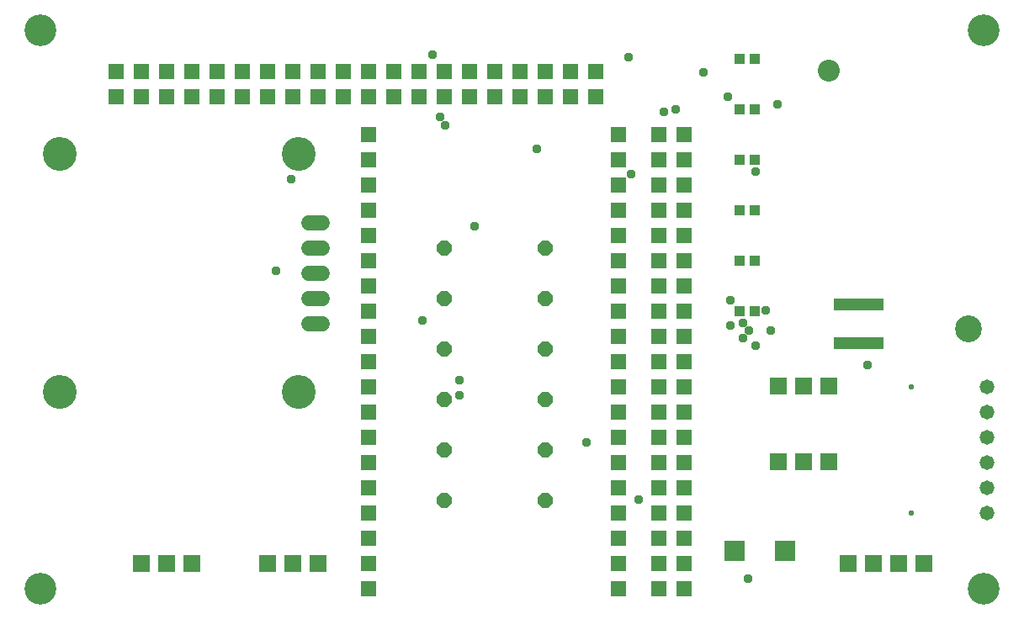
<source format=gbr>
G04 EAGLE Gerber RS-274X export*
G75*
%MOMM*%
%FSLAX34Y34*%
%LPD*%
%INSoldermask Top*%
%IPPOS*%
%AMOC8*
5,1,8,0,0,1.08239X$1,22.5*%
G01*
%ADD10C,3.203200*%
%ADD11R,1.703200X1.703200*%
%ADD12R,1.711200X1.711200*%
%ADD13R,1.003200X1.003200*%
%ADD14C,3.403200*%
%ADD15C,1.511200*%
%ADD16C,2.703200*%
%ADD17R,0.503200X1.303200*%
%ADD18C,2.203200*%
%ADD19R,1.511200X1.511200*%
%ADD20R,1.625600X1.625600*%
%ADD21R,2.003200X2.003200*%
%ADD22R,1.561200X1.561200*%
%ADD23C,1.473200*%
%ADD24C,0.553200*%
%ADD25P,1.649562X8X22.500000*%
%ADD26C,0.959600*%


D10*
X25400Y25400D03*
X25400Y587300D03*
X974600Y587300D03*
X974600Y25400D03*
D11*
X819000Y229400D03*
X793600Y229400D03*
X768300Y229400D03*
X819000Y153200D03*
X793600Y153200D03*
X768300Y153200D03*
D12*
X254000Y50800D03*
X304800Y50800D03*
X279400Y50800D03*
X127000Y50800D03*
X177800Y50800D03*
X152400Y50800D03*
D13*
X729100Y558800D03*
X744100Y558800D03*
X729100Y508000D03*
X744100Y508000D03*
D14*
X45100Y462900D03*
X285100Y462900D03*
X285100Y222900D03*
X45100Y222900D03*
D15*
X295720Y393700D02*
X308800Y393700D01*
X308800Y368300D02*
X295720Y368300D01*
X295720Y342900D02*
X308800Y342900D01*
X308800Y317500D02*
X295720Y317500D01*
X295720Y292100D02*
X308800Y292100D01*
D16*
X959000Y286400D03*
D17*
X826500Y271900D03*
X831500Y271900D03*
X836500Y271900D03*
X841500Y271900D03*
X846500Y271900D03*
X851500Y271900D03*
X856500Y271900D03*
X861500Y271900D03*
X866500Y271900D03*
X871500Y271900D03*
X871500Y310900D03*
X866500Y310900D03*
X861500Y310900D03*
X856500Y310900D03*
X851500Y310900D03*
X846500Y310900D03*
X841500Y310900D03*
X836500Y310900D03*
X831500Y310900D03*
X826500Y310900D03*
D18*
X819000Y546400D03*
D13*
X729100Y457200D03*
X744100Y457200D03*
D19*
X647700Y482600D03*
X647700Y457200D03*
X647700Y431800D03*
X647700Y406400D03*
X647700Y381000D03*
X647700Y355600D03*
X647700Y330200D03*
X647700Y304800D03*
X647700Y279400D03*
X647700Y254000D03*
X647700Y228600D03*
X647700Y203200D03*
X647700Y177800D03*
X647700Y152400D03*
X647700Y127000D03*
X647700Y101600D03*
X647700Y76200D03*
X647700Y50800D03*
X647700Y25400D03*
X673100Y482600D03*
X673100Y457200D03*
X673100Y431800D03*
X673100Y406400D03*
X673100Y381000D03*
X673100Y355600D03*
X673100Y330200D03*
X673100Y304800D03*
X673100Y279400D03*
X673100Y254000D03*
X673100Y228600D03*
X673100Y203200D03*
X673100Y177800D03*
X673100Y152400D03*
X673100Y127000D03*
X673100Y101600D03*
X673100Y76200D03*
X673100Y50800D03*
X673100Y25400D03*
D20*
X101600Y546100D03*
X127000Y546100D03*
X152400Y546100D03*
X177800Y546100D03*
X203200Y546100D03*
X228600Y546100D03*
X254000Y546100D03*
X279400Y546100D03*
X304800Y546100D03*
X330200Y546100D03*
X355600Y546100D03*
X381000Y546100D03*
X406400Y546100D03*
X431800Y546100D03*
X457200Y546100D03*
X482600Y546100D03*
X508000Y546100D03*
X533400Y546100D03*
X558800Y546100D03*
X584200Y546100D03*
X584200Y520700D03*
X558800Y520700D03*
X533400Y520700D03*
X508000Y520700D03*
X482600Y520700D03*
X457200Y520700D03*
X431800Y520700D03*
X406400Y520700D03*
X381000Y520700D03*
X355600Y520700D03*
X330200Y520700D03*
X304800Y520700D03*
X279400Y520700D03*
X254000Y520700D03*
X228600Y520700D03*
X203200Y520700D03*
X177800Y520700D03*
X152400Y520700D03*
X127000Y520700D03*
X101600Y520700D03*
D13*
X729100Y406400D03*
X744100Y406400D03*
X729100Y355600D03*
X744100Y355600D03*
X729100Y304800D03*
X744100Y304800D03*
D21*
X774700Y63500D03*
X723900Y63500D03*
D12*
X838200Y50800D03*
X914400Y50800D03*
X863600Y50800D03*
X889000Y50800D03*
D22*
X355600Y25400D03*
X355600Y50800D03*
X355600Y76200D03*
X355600Y101600D03*
X355600Y127000D03*
X355600Y152400D03*
X355600Y177800D03*
X355600Y203200D03*
X355600Y228600D03*
X355600Y254000D03*
X355600Y279400D03*
X355600Y304800D03*
X355600Y330200D03*
X355600Y355600D03*
X355600Y381000D03*
X355600Y406400D03*
X355600Y431800D03*
X355600Y457200D03*
X355600Y482600D03*
X607300Y25400D03*
X607300Y50800D03*
X607300Y76200D03*
X607300Y101600D03*
X607300Y127000D03*
X607300Y152400D03*
X607300Y177800D03*
X607300Y203200D03*
X607300Y228600D03*
X607300Y254000D03*
X607300Y279400D03*
X607300Y304800D03*
X607300Y330200D03*
X607300Y355600D03*
X607300Y381000D03*
X607300Y406400D03*
X607300Y431800D03*
X607300Y457200D03*
X607300Y482600D03*
D23*
X977900Y101600D03*
X977900Y127000D03*
X977900Y152400D03*
X977900Y177800D03*
X977900Y203200D03*
X977900Y228600D03*
D24*
X901700Y101600D03*
X901700Y228600D03*
D25*
X431800Y368300D03*
X533400Y368300D03*
X431800Y317500D03*
X533400Y317500D03*
X431800Y266700D03*
X533400Y266700D03*
X431800Y215900D03*
X533400Y215900D03*
X431800Y165100D03*
X533400Y165100D03*
X431800Y114300D03*
X533400Y114300D03*
D26*
X525000Y467500D03*
X410000Y295000D03*
X737500Y35000D03*
X720000Y290000D03*
X732500Y292500D03*
X732500Y277500D03*
X738770Y285000D03*
X857500Y250000D03*
X745000Y270000D03*
X620000Y442500D03*
X262500Y345000D03*
X420000Y562500D03*
X617500Y560000D03*
X462500Y390000D03*
X277500Y437500D03*
X760000Y285000D03*
X447500Y235000D03*
X447500Y220000D03*
X692500Y545000D03*
X652500Y505000D03*
X432500Y491230D03*
X717500Y520000D03*
X665000Y507500D03*
X427500Y500000D03*
X767500Y512500D03*
X745000Y445000D03*
X720000Y315000D03*
X575000Y172500D03*
X755000Y305000D03*
X627500Y115000D03*
M02*

</source>
